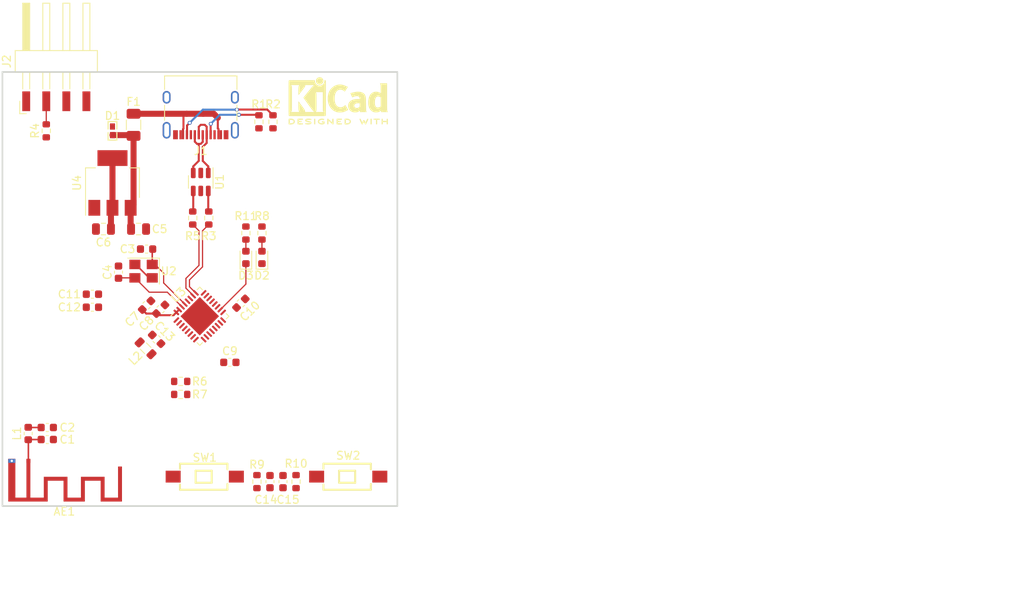
<source format=kicad_pcb>
(kicad_pcb (version 20211014) (generator pcbnew)
  (layers (0 "F.Cu" signal) (31 "B.Cu" signal) (34 "B.Paste" user) (35 "F.Paste" user) (36 "B.SilkS" user "B.Silkscreen") (37 "F.SilkS" user "F.Silkscreen") (38 "B.Mask" user) (39 "F.Mask" user) (44 "Edge.Cuts" user))
  (net 0 "")
  (net 1 "Net-(AE1-Pad1)")
  (net 2 "GND")
  (net 3 "Net-(C2-Pad1)")
  (net 4 "Net-(C3-Pad1)")
  (net 5 "Net-(C4-Pad1)")
  (net 6 "+5V")
  (net 7 "VDD3P3_CPU")
  (net 8 "VDD3P3")
  (net 9 "EN")
  (net 10 "BOOT")
  (net 11 "Net-(D2-Pad2)")
  (net 12 "Net-(F1-Pad1)")
  (net 13 "/U0_TX")
  (net 14 "/U0_RX")
  (net 15 "Net-(J1-PadA5)")
  (net 16 "Net-(J1-PadB5)")
  (net 17 "Net-(R3-Pad1)")
  (net 18 "USB_DN")
  (net 19 "Net-(R4-Pad1)")
  (net 20 "Net-(R5-Pad1)")
  (net 21 "USB_DP")
  (net 22 "/GPIO8")
  (net 23 "/GPIO2")
  (net 24 "Net-(J1-PadA7)")
  (net 25 "Net-(J1-PadA6)")
  (net 26 "/GPIO0")
  (net 27 "/GPIO1")
  (net 28 "/GPIO3")
  (net 29 "/GPIO4")
  (net 30 "/GPIO5")
  (net 31 "/GPIO6")
  (net 32 "/GPIO7")
  (net 33 "/GPIO10")
  (net 34 "/GPIO11")
  (net 43 "Net-(D3-Pad2)")
  (footprint "Capacitor_SMD:C_0603_1608Metric" (layer "F.Cu") (at 77.343 81.915 -90)
    (fp_text reference "C15" (at 2.286 -0.635 180) (layer "F.SilkS"))
    (fp_text value "1u")
    (pad "1" smd roundrect (at -0.775 0 270) (size 0.9 0.95) (layers "F.Cu" "F.Paste" "F.Mask") (net 10 "BOOT"))
    (pad "2" smd roundrect (at 0.775 0 270) (size 0.9 0.95) (layers "F.Cu" "F.Paste" "F.Mask") (net 2 "GND"))
  )
  (footprint "Resistor_SMD:R_0603_1608Metric" (layer "F.Cu") (at 47.371 37.465 90)
    (fp_text reference "R4" (at 0 -1.43 90) (layer "F.SilkS"))
    (fp_text value "499")
    (pad "1" smd roundrect (at -0.825 0 90) (size 0.8 0.95) (layers "F.Cu" "F.Paste" "F.Mask") (net 19 "Net-(R4-Pad1)"))
    (pad "2" smd roundrect (at 0.825 0 90) (size 0.8 0.95) (layers "F.Cu" "F.Paste" "F.Mask") (net 13 "/U0_TX"))
  )
  (footprint "Capacitor_SMD:C_0603_1608Metric" (layer "F.Cu") (at 60.071 52.451 180)
    (fp_text reference "C3" (at 2.413 0) (layer "F.SilkS"))
    (fp_text value "22p")
    (pad "1" smd roundrect (at -0.775 0 180) (size 0.9 0.95) (layers "F.Cu" "F.Paste" "F.Mask") (net 4 "Net-(C3-Pad1)"))
    (pad "2" smd roundrect (at 0.775 0 180) (size 0.9 0.95) (layers "F.Cu" "F.Paste" "F.Mask") (net 2 "GND"))
  )
  (footprint "Resistor_SMD:R_0603_1608Metric" (layer "F.Cu") (at 67.945 48.514 -90)
    (fp_text reference "R3" (at 2.286 0) (layer "F.SilkS"))
    (fp_text value "22R")
    (pad "1" smd roundrect (at -0.825 0 270) (size 0.8 0.95) (layers "F.Cu" "F.Paste" "F.Mask") (net 17 "Net-(R3-Pad1)"))
    (pad "2" smd roundrect (at 0.825 0 270) (size 0.8 0.95) (layers "F.Cu" "F.Paste" "F.Mask") (net 18 "USB_DN"))
  )
  (footprint "Capacitor_SMD:C_0603_1608Metric" (layer "F.Cu") (at 72.009 59.309 45)
    (fp_text reference "C10" (at 0.089803 1.526644 45) (layer "F.SilkS"))
    (fp_text value "0.1u")
    (pad "1" smd roundrect (at -0.775 0 45) (size 0.9 0.95) (layers "F.Cu" "F.Paste" "F.Mask") (net 7 "VDD3P3_CPU"))
    (pad "2" smd roundrect (at 0.775 0 45) (size 0.9 0.95) (layers "F.Cu" "F.Paste" "F.Mask") (net 2 "GND"))
  )
  (footprint "Capacitor_SMD:C_0603_1608Metric" (layer "F.Cu") (at 47.498 75.057)
    (fp_text reference "C2" (at 2.54 0) (layer "F.SilkS"))
    (fp_text value "C_small")
    (pad "1" smd roundrect (at -0.775 0) (size 0.9 0.95) (layers "F.Cu" "F.Paste" "F.Mask") (net 3 "Net-(C2-Pad1)"))
    (pad "2" smd roundrect (at 0.775 0) (size 0.9 0.95) (layers "F.Cu" "F.Paste" "F.Mask") (net 2 "GND"))
  )
  (footprint "Resistor_SMD:R_0603_1608Metric" (layer "F.Cu") (at 64.389 69.215)
    (fp_text reference "R6" (at 2.413 0) (layer "F.SilkS"))
    (fp_text value "10k")
    (pad "1" smd roundrect (at -0.825 0) (size 0.8 0.95) (layers "F.Cu" "F.Paste" "F.Mask") (net 22 "/GPIO8"))
    (pad "2" smd roundrect (at 0.825 0) (size 0.8 0.95) (layers "F.Cu" "F.Paste" "F.Mask") (net 7 "VDD3P3_CPU"))
  )
  (footprint "Library:SW-SMD_L6.0-W3.3-LS8.0" (layer "F.Cu") (at 85.598 81.28)
    (fp_text reference "SW2" (at 0 -2.667) (layer "F.SilkS"))
    (fp_text value "BOOT")
    (pad "1" smd rect locked (at -4 0) (size 1.9 1.5) (layers "F.Cu" "F.Paste" "F.Mask") (net 2 "GND"))
    (pad "2" smd rect locked (at 4 0) (size 1.9 1.5) (layers "F.Cu" "F.Paste" "F.Mask") (net 10 "BOOT"))
  )
  (footprint "Resistor_SMD:R_0603_1608Metric" (layer "F.Cu") (at 74.295 36.322 -90)
    (fp_text reference "R1" (at -2.223 0 180) (layer "F.SilkS"))
    (fp_text value "5.1k")
    (pad "1" smd roundrect (at -0.825 0 270) (size 0.8 0.95) (layers "F.Cu" "F.Paste" "F.Mask") (net 15 "Net-(J1-PadA5)"))
    (pad "2" smd roundrect (at 0.825 0 270) (size 0.8 0.95) (layers "F.Cu" "F.Paste" "F.Mask") (net 2 "GND"))
  )
  (footprint "Resistor_SMD:R_0603_1608Metric" (layer "F.Cu") (at 78.994 81.915 90)
    (fp_text reference "R10" (at 2.286 0 180) (layer "F.SilkS"))
    (fp_text value "10k")
    (pad "1" smd roundrect (at -0.825 0 90) (size 0.8 0.95) (layers "F.Cu" "F.Paste" "F.Mask") (net 7 "VDD3P3_CPU"))
    (pad "2" smd roundrect (at 0.825 0 90) (size 0.8 0.95) (layers "F.Cu" "F.Paste" "F.Mask") (net 10 "BOOT"))
  )
  (footprint "Package_TO_SOT_SMD:SOT-23-6" (layer "F.Cu") (at 66.929 43.942 -90)
    (fp_text reference "U1" (at 0 -2.4 90) (layer "F.SilkS"))
    (fp_text value "USBLC6-2SC6-SOT236")
    (pad "1" smd roundrect (at -1.1375 -0.95 270) (size 1.325 0.6) (layers "F.Cu" "F.Paste" "F.Mask") (net 24 "Net-(J1-PadA7)"))
    (pad "2" smd roundrect (at -1.1375 0 270) (size 1.325 0.6) (layers "F.Cu" "F.Paste" "F.Mask") (net 2 "GND"))
    (pad "3" smd roundrect (at -1.1375 0.95 270) (size 1.325 0.6) (layers "F.Cu" "F.Paste" "F.Mask") (net 25 "Net-(J1-PadA6)"))
    (pad "4" smd roundrect (at 1.1375 0.95 270) (size 1.325 0.6) (layers "F.Cu" "F.Paste" "F.Mask") (net 20 "Net-(R5-Pad1)"))
    (pad "5" smd roundrect (at 1.1375 0 270) (size 1.325 0.6) (layers "F.Cu" "F.Paste" "F.Mask") (net 6 "+5V"))
    (pad "6" smd roundrect (at 1.1375 -0.95 270) (size 1.325 0.6) (layers "F.Cu" "F.Paste" "F.Mask") (net 17 "Net-(R3-Pad1)"))
  )
  (footprint "Capacitor_SMD:C_0603_1608Metric" (layer "F.Cu") (at 70.612 66.802)
    (fp_text reference "C9" (at 0 -1.43) (layer "F.SilkS"))
    (fp_text value "0.1u")
    (pad "1" smd roundrect (at -0.775 0) (size 0.9 0.95) (layers "F.Cu" "F.Paste" "F.Mask") (net 7 "VDD3P3_CPU"))
    (pad "2" smd roundrect (at 0.775 0) (size 0.9 0.95) (layers "F.Cu" "F.Paste" "F.Mask") (net 2 "GND"))
  )
  (footprint "Capacitor_SMD:C_0603_1608Metric" (layer "F.Cu") (at 61.849 60.071 45)
    (fp_text reference "C8" (at -2.54 0 45) (layer "F.SilkS"))
    (fp_text value "10n")
    (pad "1" smd roundrect (at -0.775 0 45) (size 0.9 0.95) (layers "F.Cu" "F.Paste" "F.Mask") (net 7 "VDD3P3_CPU"))
    (pad "2" smd roundrect (at 0.775 0 45) (size 0.9 0.95) (layers "F.Cu" "F.Paste" "F.Mask") (net 2 "GND"))
  )
  (footprint "Connector_USB:USB_C_Receptacle_XKB_U262-16XN-4BVC11" (layer "F.Cu") (at 66.929 34.29 180)
    (fp_text reference "J1" (at 0 -5.715) (layer "F.SilkS"))
    (fp_text value "USB_C_Receptacle_USB2.0")
    (pad "" np_thru_hole circle (at -2.89 -2.605 180) (size 0.65 0.65) (drill 0.65) (layers *.Cu *.Mask))
    (pad "" np_thru_hole circle (at 2.89 -2.605 180) (size 0.65 0.65) (drill 0.65) (layers *.Cu *.Mask))
    (pad "A1" smd rect (at -3.35 -3.67 180) (size 0.3 1.15) (layers "F.Cu" "F.Paste" "F.Mask") (net 2 "GND"))
    (pad "A4" smd rect (at -2.55 -3.67 180) (size 0.3 1.15) (layers "F.Cu" "F.Paste" "F.Mask") (net 12 "Net-(F1-Pad1)"))
    (pad "A5" smd rect (at -1.25 -3.67 180) (size 0.3 1.15) (layers "F.Cu" "F.Paste" "F.Mask") (net 15 "Net-(J1-PadA5)"))
    (pad "A6" smd rect (at -0.25 -3.67 180) (size 0.3 1.15) (layers "F.Cu" "F.Paste" "F.Mask") (net 25 "Net-(J1-PadA6)"))
    (pad "A7" smd rect (at 0.25 -3.67 180) (size 0.3 1.15) (layers "F.Cu" "F.Paste" "F.Mask") (net 24 "Net-(J1-PadA7)"))
    (pad "A8" smd rect (at 1.25 -3.67 180) (size 0.3 1.15) (layers "F.Cu" "F.Paste" "F.Mask"))
    (pad "A9" smd rect (at 2.55 -3.67 180) (size 0.3 1.15) (layers "F.Cu" "F.Paste" "F.Mask") (net 12 "Net-(F1-Pad1)"))
    (pad "A12" smd rect (at 3.35 -3.67 180) (size 0.3 1.15) (layers "F.Cu" "F.Paste" "F.Mask") (net 2 "GND"))
    (pad "B1" smd rect (at 3.05 -3.67 180) (size 0.3 1.15) (layers "F.Cu" "F.Paste" "F.Mask") (net 2 "GND"))
    (pad "B4" smd rect (at 2.25 -3.67 180) (size 0.3 1.15) (layers "F.Cu" "F.Paste" "F.Mask") (net 12 "Net-(F1-Pad1)"))
    (pad "B5" smd rect (at 1.75 -3.67 180) (size 0.3 1.15) (layers "F.Cu" "F.Paste" "F.Mask") (net 16 "Net-(J1-PadB5)"))
    (pad "B6" smd rect (at 0.75 -3.67 180) (size 0.3 1.15) (layers "F.Cu" "F.Paste" "F.Mask") (net 25 "Net-(J1-PadA6)"))
    (pad "B7" smd rect (at -0.75 -3.67 180) (size 0.3 1.15) (layers "F.Cu" "F.Paste" "F.Mask") (net 24 "Net-(J1-PadA7)"))
    (pad "B8" smd rect (at -1.75 -3.67 180) (size 0.3 1.15) (layers "F.Cu" "F.Paste" "F.Mask"))
    (pad "B9" smd rect (at -2.25 -3.67 180) (size 0.3 1.15) (layers "F.Cu" "F.Paste" "F.Mask") (net 12 "Net-(F1-Pad1)"))
    (pad "B12" smd rect (at -3.05 -3.67 180) (size 0.3 1.15) (layers "F.Cu" "F.Paste" "F.Mask") (net 2 "GND"))
    (pad "S1" thru_hole oval (at 4.32 1.075 180) (size 1 1.6) (drill oval 0.6 1.2) (layers *.Cu *.Mask) (net 2 "GND"))
    (pad "S1" thru_hole oval (at 4.32 -3.105 180) (size 1 2.1) (drill oval 0.6 1.7) (layers *.Cu *.Mask) (net 2 "GND"))
    (pad "S1" thru_hole oval (at -4.32 -3.105 180) (size 1 2.1) (drill oval 0.6 1.7) (layers *.Cu *.Mask) (net 2 "GND"))
    (pad "S1" thru_hole oval (at -4.32 1.075 180) (size 1 1.6) (drill oval 0.6 1.2) (layers *.Cu *.Mask) (net 2 "GND"))
  )
  (footprint "Capacitor_SMD:C_0603_1608Metric" (layer "F.Cu") (at 53.213 59.817 180)
    (fp_text reference "C12" (at 2.921 0) (layer "F.SilkS"))
    (fp_text value "0.1u")
    (pad "1" smd roundrect (at -0.775 0 180) (size 0.9 0.95) (layers "F.Cu" "F.Paste" "F.Mask") (net 7 "VDD3P3_CPU"))
    (pad "2" smd roundrect (at 0.775 0 180) (size 0.9 0.95) (layers "F.Cu" "F.Paste" "F.Mask") (net 2 "GND"))
  )
  (footprint "Capacitor_SMD:C_0603_1608Metric" (layer "F.Cu") (at 53.213 58.166 180)
    (fp_text reference "C11" (at 2.921 0) (layer "F.SilkS"))
    (fp_text value "10u")
    (pad "1" smd roundrect (at -0.775 0 180) (size 0.9 0.95) (layers "F.Cu" "F.Paste" "F.Mask") (net 7 "VDD3P3_CPU"))
    (pad "2" smd roundrect (at 0.775 0 180) (size 0.9 0.95) (layers "F.Cu" "F.Paste" "F.Mask") (net 2 "GND"))
  )
  (footprint "Crystal:Crystal_SMD_3225-4Pin_3.2x2.5mm" (layer "F.Cu") (at 59.69 55.245 180)
    (fp_text reference "U2" (at -3.175 0 180) (layer "F.SilkS"))
    (fp_text value "Crystal4")
    (pad "1" smd rect (at -1.1 0.85 180) (size 1.4 1.2) (layers "F.Cu" "F.Paste" "F.Mask") (net 4 "Net-(C3-Pad1)"))
    (pad "2" smd rect (at 1.1 0.85 180) (size 1.4 1.2) (layers "F.Cu" "F.Paste" "F.Mask") (net 2 "GND"))
    (pad "3" smd rect (at 1.1 -0.85 180) (size 1.4 1.2) (layers "F.Cu" "F.Paste" "F.Mask") (net 5 "Net-(C4-Pad1)"))
    (pad "4" smd rect (at -1.1 -0.85 180) (size 1.4 1.2) (layers "F.Cu" "F.Paste" "F.Mask") (net 2 "GND"))
  )
  (footprint "Resistor_SMD:R_0603_1608Metric" (layer "F.Cu") (at 76.073 36.322 -90)
    (fp_text reference "R2" (at -2.223 0 180) (layer "F.SilkS"))
    (fp_text value "5.1k")
    (pad "1" smd roundrect (at -0.825 0 270) (size 0.8 0.95) (layers "F.Cu" "F.Paste" "F.Mask") (net 16 "Net-(J1-PadB5)"))
    (pad "2" smd roundrect (at 0.825 0 270) (size 0.8 0.95) (layers "F.Cu" "F.Paste" "F.Mask") (net 2 "GND"))
  )
  (footprint "Library:X1-DFN1006-2_L1.0-W0.6-BI" (layer "F.Cu") (at 55.753 37.465 -90)
    (fp_text reference "D1" (at -1.905 0 180) (layer "F.SilkS"))
    (fp_text value "D_TVS_Filled")
    (pad "1" smd rect locked (at -0.545 0 270) (size 0.79 0.648) (layers "F.Cu" "F.Paste" "F.Mask") (net 2 "GND"))
    (pad "2" smd rect locked (at 0.545 0 270) (size 0.79 0.648) (layers "F.Cu" "F.Paste" "F.Mask") (net 6 "+5V"))
  )
  (footprint "LED_SMD:LED_0603_1608Metric" (layer "F.Cu") (at 74.676 53.506 90)
    (fp_text reference "D2" (at -2.286 0) (layer "F.SilkS"))
    (fp_text value "LED")
    (pad "1" smd roundrect (at -0.7875 0 90) (size 0.875 0.95) (layers "F.Cu" "F.Paste" "F.Mask") (net 2 "GND"))
    (pad "2" smd roundrect (at 0.7875 0 90) (size 0.875 0.95) (layers "F.Cu" "F.Paste" "F.Mask") (net 11 "Net-(D2-Pad2)"))
  )
  (footprint "Package_DFN_QFN:QFN-32-1EP_5x5mm_P0.5mm_EP3.45x3.45mm" (layer "F.Cu") (at 66.802 60.96 45)
    (fp_text reference "U3" (at 0 -3.82 45) (layer "F.SilkS"))
    (fp_text value "ESP32-C3")
    (pad "1" smd roundrect (at -2.4375 -1.75 45) (size 0.875 0.25) (layers "F.Cu" "F.Paste" "F.Mask") (net 3 "Net-(C2-Pad1)"))
    (pad "2" smd roundrect (at -2.4375 -1.25 45) (size 0.875 0.25) (layers "F.Cu" "F.Paste" "F.Mask") (net 8 "VDD3P3"))
    (pad "3" smd roundrect (at -2.4375 -0.75 45) (size 0.875 0.25) (layers "F.Cu" "F.Paste" "F.Mask") (net 8 "VDD3P3"))
    (pad "4" smd roundrect (at -2.4375 -0.25 45) (size 0.875 0.25) (layers "F.Cu" "F.Paste" "F.Mask") (net 26 "/GPIO0"))
    (pad "5" smd roundrect (at -2.4375 0.25 45) (size 0.875 0.25) (layers "F.Cu" "F.Paste" "F.Mask") (net 27 "/GPIO1"))
    (pad "6" smd roundrect (at -2.4375 0.75 45) (size 0.875 0.25) (layers "F.Cu" "F.Paste" "F.Mask") (net 23 "/GPIO2"))
    (pad "7" smd roundrect (at -2.4375 1.25 45) (size 0.875 0.25) (layers "F.Cu" "F.Paste" "F.Mask") (net 9 "EN"))
    (pad "8" smd roundrect (at -2.4375 1.75 45) (size 0.875 0.25) (layers "F.Cu" "F.Paste" "F.Mask") (net 28 "/GPIO3"))
    (pad "9" smd roundrect (at -1.75 2.4375 45) (size 0.25 0.875) (layers "F.Cu" "F.Paste" "F.Mask") (net 29 "/GPIO4"))
    (pad "10" smd roundrect (at -1.25 2.4375 45) (size 0.25 0.875) (layers "F.Cu" "F.Paste" "F.Mask") (net 30 "/GPIO5"))
    (pad "11" smd roundrect (at -0.75 2.4375 45) (size 0.25 0.875) (layers "F.Cu" "F.Paste" "F.Mask") (net 7 "VDD3P3_CPU"))
    (pad "12" smd roundrect (at -0.25 2.4375 45) (size 0.25 0.875) (layers "F.Cu" "F.Paste" "F.Mask") (net 31 "/GPIO6"))
    (pad "13" smd roundrect (at 0.25 2.4375 45) (size 0.25 0.875) (layers "F.Cu" "F.Paste" "F.Mask") (net 32 "/GPIO7"))
    (pad "14" smd roundrect (at 0.75 2.4375 45) (size 0.25 0.875) (layers "F.Cu" "F.Paste" "F.Mask") (net 22 "/GPIO8"))
    (pad "15" smd roundrect (at 1.25 2.4375 45) (size 0.25 0.875) (layers "F.Cu" "F.Paste" "F.Mask") (net 10 "BOOT"))
    (pad "16" smd roundrect (at 1.75 2.4375 45) (size 0.25 0.875) (layers "F.Cu" "F.Paste" "F.Mask") (net 33 "/GPIO10"))
    (pad "17" smd roundrect (at 2.4375 1.75 45) (size 0.875 0.25) (layers "F.Cu" "F.Paste" "F.Mask") (net 7 "VDD3P3_CPU"))
    (pad "18" smd roundrect (at 2.4375 1.25 45) (size 0.875 0.25) (layers "F.Cu" "F.Paste" "F.Mask") (net 34 "/GPIO11"))
    (pad "19" smd roundrect (at 2.4375 0.75 45) (size 0.875 0.25) (layers "F.Cu" "F.Paste" "F.Mask"))
    (pad "20" smd roundrect (at 2.4375 0.25 45) (size 0.875 0.25) (layers "F.Cu" "F.Paste" "F.Mask"))
    (pad "21" smd roundrect (at 2.4375 -0.25 45) (size 0.875 0.25) (layers "F.Cu" "F.Paste" "F.Mask"))
    (pad "22" smd roundrect (at 2.4375 -0.75 45) (size 0.875 0.25) (layers "F.Cu" "F.Paste" "F.Mask"))
    (pad "23" smd roundrect (at 2.4375 -1.25 45) (size 0.875 0.25) (layers "F.Cu" "F.Paste" "F.Mask"))
    (pad "24" smd roundrect (at 2.4375 -1.75 45) (size 0.875 0.25) (layers "F.Cu" "F.Paste" "F.Mask"))
    (pad "25" smd roundrect (at 1.75 -2.4375 45) (size 0.25 0.875) (layers "F.Cu" "F.Paste" "F.Mask") (net 18 "USB_DN"))
    (pad "26" smd roundrect (at 1.25 -2.4375 45) (size 0.25 0.875) (layers "F.Cu" "F.Paste" "F.Mask") (net 21 "USB_DP"))
    (pad "27" smd roundrect (at 0.75 -2.4375 45) (size 0.25 0.875) (layers "F.Cu" "F.Paste" "F.Mask") (net 14 "/U0_RX"))
    (pad "28" smd roundrect (at 0.25 -2.4375 45) (size 0.25 0.875) (layers "F.Cu" "F.Paste" "F.Mask") (net 19 "Net-(R4-Pad1)"))
    (pad "29" smd roundrect (at -0.25 -2.4375 45) (size 0.25 0.875) (layers "F.Cu" "F.Paste" "F.Mask") (net 4 "Net-(C3-Pad1)"))
    (pad "30" smd roundrect (at -0.75 -2.4375 45) (size 0.25 0.875) (layers "F.Cu" "F.Paste" "F.Mask") (net 5 "Net-(C4-Pad1)"))
    (pad "31" smd roundrect (at -1.25 -2.4375 45) (size 0.25 0.875) (layers "F.Cu" "F.Paste" "F.Mask") (net 7 "VDD3P3_CPU"))
    (pad "32" smd roundrect (at -1.75 -2.4375 45) (size 0.25 0.875) (layers "F.Cu" "F.Paste" "F.Mask") (net 7 "VDD3P3_CPU"))
    (pad "33" smd rect (at 0 0 45) (size 3.45 3.45) (layers "F.Cu" "F.Mask") (net 2 "GND"))
  )
  (footprint "Capacitor_SMD:C_0805_2012Metric" (layer "F.Cu") (at 54.61 49.911 180)
    (fp_text reference "C6" (at 0 -1.68) (layer "F.SilkS"))
    (fp_text value "10u")
    (pad "1" smd roundrect (at -0.95 0 180) (size 1 1.45) (layers "F.Cu" "F.Paste" "F.Mask") (net 7 "VDD3P3_CPU"))
    (pad "2" smd roundrect (at 0.95 0 180) (size 1 1.45) (layers "F.Cu" "F.Paste" "F.Mask") (net 2 "GND"))
  )
  (footprint "Package_TO_SOT_SMD:SOT-223-3_TabPin2" (layer "F.Cu") (at 55.753 44.069 90)
    (fp_text reference "U4" (at 0 -4.5 90) (layer "F.SilkS"))
    (fp_text value "TLV1117-33")
    (pad "1" smd rect (at -3.15 -2.3 90) (size 2 1.5) (layers "F.Cu" "F.Paste" "F.Mask") (net 2 "GND"))
    (pad "2" smd rect (at 3.15 0 90) (size 2 3.8) (layers "F.Cu" "F.Paste" "F.Mask") (net 7 "VDD3P3_CPU"))
    (pad "2" smd rect (at -3.15 0 90) (size 2 1.5) (layers "F.Cu" "F.Paste" "F.Mask") (net 7 "VDD3P3_CPU"))
    (pad "3" smd rect (at -3.15 2.3 90) (size 2 1.5) (layers "F.Cu" "F.Paste" "F.Mask") (net 6 "+5V"))
  )
  (footprint "Resistor_SMD:R_0603_1608Metric" (layer "F.Cu") (at 74.676 50.419 -90)
    (fp_text reference "R8" (at -2.159 0) (layer "F.SilkS"))
    (fp_text value "470")
    (pad "1" smd roundrect (at -0.825 0 270) (size 0.8 0.95) (layers "F.Cu" "F.Paste" "F.Mask") (net 7 "VDD3P3_CPU"))
    (pad "2" smd roundrect (at 0.825 0 270) (size 0.8 0.95) (layers "F.Cu" "F.Paste" "F.Mask") (net 11 "Net-(D2-Pad2)"))
  )
  (footprint "Resistor_SMD:R_0603_1608Metric" (layer "F.Cu") (at 64.389 70.866)
    (fp_text reference "R7" (at 2.413 0) (layer "F.SilkS"))
    (fp_text value "10k")
    (pad "1" smd roundrect (at -0.825 0) (size 0.8 0.95) (layers "F.Cu" "F.Paste" "F.Mask") (net 23 "/GPIO2"))
    (pad "2" smd roundrect (at 0.825 0) (size 0.8 0.95) (layers "F.Cu" "F.Paste" "F.Mask") (net 7 "VDD3P3_CPU"))
  )
  (footprint "Inductor_SMD:L_0805_2012Metric" (layer "F.Cu") (at 59.944 65.024 -45)
    (fp_text reference "L2" (at -0.009026 1.787026 45) (layer "F.SilkS"))
    (fp_text value "2n")
    (pad "1" smd roundrect (at -1.0625 0 315) (size 0.875 1.2) (layers "F.Cu" "F.Paste" "F.Mask") (net 7 "VDD3P3_CPU"))
    (pad "2" smd roundrect (at 1.0625 0 315) (size 0.875 1.2) (layers "F.Cu" "F.Paste" "F.Mask") (net 8 "VDD3P3"))
  )
  (footprint "Symbol:KiCad-Logo2_5mm_SilkScreen" (layer "F.Cu") (at 84.328 33.655)
    (fp_text reference "REF**" hide)
    (fp_text value "KiCad-Logo2_5mm_SilkScreen" hide)
  )
  (footprint "Capacitor_SMD:C_0603_1608Metric" (layer "F.Cu") (at 56.515 55.372 90)
    (fp_text reference "C4" (at 0 -1.397 90) (layer "F.SilkS"))
    (fp_text value "22p")
    (pad "1" smd roundrect (at -0.775 0 90) (size 0.9 0.95) (layers "F.Cu" "F.Paste" "F.Mask") (net 5 "Net-(C4-Pad1)"))
    (pad "2" smd roundrect (at 0.775 0 90) (size 0.9 0.95) (layers "F.Cu" "F.Paste" "F.Mask") (net 2 "GND"))
  )
  (footprint "Connector_Harwin:Harwin_M20-89004xx_1x04_P2.54mm_Horizontal" (layer "F.Cu") (at 48.641 28.194 90)
    (fp_text reference "J2" (at -0.48 -6.28 90) (layer "F.SilkS"))
    (fp_text value "Conn_01x04")
    (pad "" smd rect (at 3.895 -3.81 90) (size 6 0.76) (layers "F.SilkS"))
    (pad "1" smd rect (at -5.525 -3.81 90) (size 2.5 1) (layers "F.Cu" "F.Paste" "F.Mask") (net 7 "VDD3P3_CPU"))
    (pad "2" smd rect (at -5.525 -1.27 90) (size 2.5 1) (layers "F.Cu" "F.Paste" "F.Mask") (net 13 "/U0_TX"))
    (pad "3" smd rect (at -5.525 1.27 90) (size 2.5 1) (layers "F.Cu" "F.Paste" "F.Mask") (net 14 "/U0_RX"))
    (pad "4" smd rect (at -5.525 3.81 90) (size 2.5 1) (layers "F.Cu" "F.Paste" "F.Mask") (net 2 "GND"))
  )
  (footprint "Capacitor_SMD:C_0603_1608Metric" (layer "F.Cu") (at 75.692 81.915 -90)
    (fp_text reference "C14" (at 2.286 0.508 180) (layer "F.SilkS"))
    (fp_text value "1u")
    (pad "1" smd roundrect (at -0.775 0 270) (size 0.9 0.95) (layers "F.Cu" "F.Paste" "F.Mask") (net 9 "EN"))
    (pad "2" smd roundrect (at 0.775 0 270) (size 0.9 0.95) (layers "F.Cu" "F.Paste" "F.Mask") (net 2 "GND"))
  )
  (footprint "Capacitor_SMD:C_0603_1608Metric" (layer "F.Cu") (at 60.071 59.563 45)
    (fp_text reference "C7" (at -2.54 0 45) (layer "F.SilkS"))
    (fp_text value "1u")
    (pad "1" smd roundrect (at -0.775 0 45) (size 0.9 0.95) (layers "F.Cu" "F.Paste" "F.Mask") (net 7 "VDD3P3_CPU"))
    (pad "2" smd roundrect (at 0.775 0 45) (size 0.9 0.95) (layers "F.Cu" "F.Paste" "F.Mask") (net 2 "GND"))
  )
  (footprint "Capacitor_SMD:C_0603_1608Metric" (layer "F.Cu") (at 61.341 63.881 135)
    (fp_text reference "C13" (at 0 1.436841 -45) (layer "F.SilkS"))
    (fp_text value "0.1u")
    (pad "1" smd roundrect (at -0.775 0 135) (size 0.9 0.95) (layers "F.Cu" "F.Paste" "F.Mask") (net 8 "VDD3P3"))
    (pad "2" smd roundrect (at 0.775 0 135) (size 0.9 0.95) (layers "F.Cu" "F.Paste" "F.Mask") (net 2 "GND"))
  )
  (footprint "Capacitor_SMD:C_0603_1608Metric" (layer "F.Cu") (at 47.498 76.581)
    (fp_text reference "C1" (at 2.54 0) (layer "F.SilkS"))
    (fp_text value "C_small")
    (pad "1" smd roundrect (at -0.775 0) (size 0.9 0.95) (layers "F.Cu" "F.Paste" "F.Mask") (net 1 "Net-(AE1-Pad1)"))
    (pad "2" smd roundrect (at 0.775 0) (size 0.9 0.95) (layers "F.Cu" "F.Paste" "F.Mask") (net 2 "GND"))
  )
  (footprint "Fuse:Fuse_1206_3216Metric" (layer "F.Cu") (at 58.42 36.703 -90)
    (fp_text reference "F1" (at -2.921 0) (layer "F.SilkS"))
    (fp_text value "Fuse_Small")
    (pad "1" smd roundrect (at -1.4 0 270) (size 1.25 1.75) (layers "F.Cu" "F.Paste" "F.Mask") (roundrect_rratio 0.2) (net 12 "Net-(F1-Pad1)"))
    (pad "2" smd roundrect (at 1.4 0 270) (size 1.25 1.75) (layers "F.Cu" "F.Paste" "F.Mask") (roundrect_rratio 0.2) (net 6 "+5V"))
  )
  (footprint "Capacitor_SMD:C_0805_2012Metric" (layer "F.Cu") (at 59.055 49.911)
    (fp_text reference "C5" (at 2.667 0) (layer "F.SilkS"))
    (fp_text value "10u")
    (pad "1" smd roundrect (at -0.95 0) (size 1 1.45) (layers "F.Cu" "F.Paste" "F.Mask") (net 6 "+5V"))
    (pad "2" smd roundrect (at 0.95 0) (size 1 1.45) (layers "F.Cu" "F.Paste" "F.Mask") (net 2 "GND"))
  )
  (footprint "RF_Antenna:Texas_SWRA117D_2.4GHz_Left" (layer "F.Cu") (at 45.107 79.29 180)
    (fp_text reference "AE1" (at -4.55 -6.41) (layer "F.SilkS"))
    (fp_text value "Antenna_Chip")
    (fp_poly (pts (xy -2.45 -2.51) (xy -4.45 -2.51) (xy -4.45 -5.15) (xy -7.15 -5.15) (xy -7.15 -2.51) (xy -9.15 -2.51) (xy -9.15 -5.15) (xy -11.85 -5.15) (xy -11.85 -0.71) (xy -11.35 -0.71) (xy -11.35 -4.65) (xy -9.65 -4.65) (xy -9.65 -2.01) (xy -6.65 -2.01) (xy -6.65 -4.65) (xy -4.95 -4.65) (xy -4.95 -2.01) (xy -1.95 -2.01) (xy -1.95 -4.65) (xy -0.25 -4.65) (xy -0.25 0.25) (xy 0.25 0.25) (xy 0.25 -4.65) (xy 1.65 -4.65) (xy 1.65 0.25) (xy 2.55 0.25) (xy 2.55 0.006785) (xy 2.247583 0.006785) (xy 2.237742 0.054395) (xy 2.213674 0.096797) (xy 2.175731 0.129581) (xy 2.167819 0.133935) (xy 2.125156 0.146043) (xy 2.076637 0.1453) (xy 2.031122 0.1324) (xy 2.012511 0.121787) (xy 1.978868 0.086553) (xy 1.958309 0.041368) (xy 1.951778 -0.008158) (xy 1.960218 -0.056417) (xy 1.977112 -0.088643) (xy 2.012372 -0.121313) (xy 2.057682 -0.141408) (xy 2.107267 -0.147982) (xy 2.155353 -0.140092) (xy 2.188245 -0.123186) (xy 2.223185 -0.086416) (xy 2.242847 -0.041622) (xy 2.247583 0.006785) (xy 2.55 0.006785) (xy 2.55 -5.15) (xy -2.45 -5.15) (xy -2.45 -2.51)) (layer "F.Cu") (width 0) (fill solid))
    (pad "1" connect rect (at 0 0 180) (size 0.5 0.5) (layers "F.Cu") (net 1 "Net-(AE1-Pad1)"))
    (pad "2" thru_hole rect (at 2.1 0 180) (size 0.9 0.5) (drill 0.3) (layers *.Cu) (net 2 "GND"))
  )
  (footprint "Inductor_SMD:L_0603_1608Metric" (layer "F.Cu") (at 45.085 75.819 90)
    (fp_text reference "L1" (at 0 -1.43 90) (layer "F.SilkS"))
    (fp_text value "L_small")
    (pad "1" smd roundrect (at -0.7875 0 90) (size 0.875 0.95) (layers "F.Cu" "F.Paste" "F.Mask") (net 1 "Net-(AE1-Pad1)"))
    (pad "2" smd roundrect (at 0.7875 0 90) (size 0.875 0.95) (layers "F.Cu" "F.Paste" "F.Mask") (net 3 "Net-(C2-Pad1)"))
  )
  (footprint "Library:SW-SMD_L6.0-W3.3-LS8.0" (layer "F.Cu") (at 67.437 81.28)
    (fp_text reference "SW1" (at 0 -2.413) (layer "F.SilkS"))
    (fp_text value "NST")
    (pad "1" smd rect locked (at -4 0) (size 1.9 1.5) (layers "F.Cu" "F.Paste" "F.Mask") (net 2 "GND"))
    (pad "2" smd rect locked (at 4 0) (size 1.9 1.5) (layers "F.Cu" "F.Paste" "F.Mask") (net 9 "EN"))
  )
  (footprint "Resistor_SMD:R_0603_1608Metric" (layer "F.Cu") (at 74.041 81.915 90)
    (fp_text reference "R9" (at 2.159 0 180) (layer "F.SilkS"))
    (fp_text value "10k")
    (pad "1" smd roundrect (at -0.825 0 90) (size 0.8 0.95) (layers "F.Cu" "F.Paste" "F.Mask") (net 7 "VDD3P3_CPU"))
    (pad "2" smd roundrect (at 0.825 0 90) (size 0.8 0.95) (layers "F.Cu" "F.Paste" "F.Mask") (net 9 "EN"))
  )
  (footprint "Resistor_SMD:R_0603_1608Metric" (layer "F.Cu") (at 65.913 48.514 -90)
    (fp_text reference "R5" (at 2.286 0 180) (layer "F.SilkS"))
    (fp_text value "22R")
    (pad "1" smd roundrect (at -0.825 0 270) (size 0.8 0.95) (layers "F.Cu" "F.Paste" "F.Mask") (net 20 "Net-(R5-Pad1)"))
    (pad "2" smd roundrect (at 0.825 0 270) (size 0.8 0.95) (layers "F.Cu" "F.Paste" "F.Mask") (net 21 "USB_DP"))
  )
  (footprint "LED_SMD:LED_0603_1608Metric" (layer "F.Cu") (at 72.644 53.506 90)
    (fp_text reference "D3" (at -2.286 0 180) (layer "F.SilkS"))
    (fp_text value "LED")
    (pad "1" smd roundrect (at -0.7875 0 90) (size 0.875 0.95) (layers "F.Cu" "F.Paste" "F.Mask") (net 34 "/GPIO11"))
    (pad "2" smd roundrect (at 0.7875 0 90) (size 0.875 0.95) (layers "F.Cu" "F.Paste" "F.Mask") (net 43 "Net-(D3-Pad2)"))
  )
  (footprint "Resistor_SMD:R_0603_1608Metric" (layer "F.Cu") (at 72.644 50.419 -90)
    (fp_text reference "R11" (at -2.159 0 180) (layer "F.SilkS"))
    (fp_text value "470")
    (pad "1" smd roundrect (at -0.825 0 270) (size 0.8 0.95) (layers "F.Cu" "F.Paste" "F.Mask") (net 7 "VDD3P3_CPU"))
    (pad "2" smd roundrect (at 0.825 0 270) (size 0.8 0.95) (layers "F.Cu" "F.Paste" "F.Mask") (net 43 "Net-(D3-Pad2)"))
  )
  (gr_rect (start 41.821 30.01) (end 91.821 85.01) (layer "Edge.Cuts") (width 0.2) (fill none))
  (segment (start 45.107 76.6285) (end 45.085 76.6065) (width 0.2) (layer "F.Cu") (net 1))
  (segment (start 45.1105 76.581) (end 45.085 76.6065) (width 0.2) (layer "F.Cu") (net 1))
  (segment (start 46.723 76.581) (end 45.1105 76.581) (width 0.2) (layer "F.Cu") (net 1))
  (segment (start 45.107 79.29) (end 45.107 76.6285) (width 0.2) (layer "F.Cu") (net 1))
  (segment (start 60.39 56.095) (end 60.79 56.095) (width 0.2) (layer "F.Cu") (net 2))
  (segment (start 58.59 54.395) (end 58.69 54.395) (width 0.2) (layer "F.Cu") (net 2))
  (segment (start 58.69 54.395) (end 60.39 56.095) (width 0.2) (layer "F.Cu") (net 2))
  (segment (start 45.1105 75.057) (end 45.085 75.0315) (width 0.2) (layer "F.Cu") (net 3))
  (segment (start 46.723 75.057) (end 45.1105 75.057) (width 0.2) (layer "F.Cu") (net 3))
  (segment (start 64.901651 59.413204) (end 62.23 56.741553) (width 0.1524) (layer "F.Cu") (net 4))
  (segment (start 60.79 52.507) (end 60.846 52.451) (width 0.2) (layer "F.Cu") (net 4))
  (segment (start 60.79 54.395) (end 60.79 52.507) (width 0.2) (layer "F.Cu") (net 4))
  (segment (start 62.23 55.499) (end 61.126 54.395) (width 0.1524) (layer "F.Cu") (net 4))
  (segment (start 61.126 54.395) (end 60.79 54.395) (width 0.1524) (layer "F.Cu") (net 4))
  (segment (start 62.23 56.741553) (end 62.23 55.499) (width 0.1524) (layer "F.Cu") (net 4))
  (segment (start 56.567 56.095) (end 56.515 56.147) (width 0.1524) (layer "F.Cu") (net 5))
  (segment (start 58.59 56.095) (end 56.567 56.095) (width 0.1524) (layer "F.Cu") (net 5))
  (segment (start 62.69334 57.912) (end 60.407 57.912) (width 0.1524) (layer "F.Cu") (net 5))
  (segment (start 64.548097 59.766757) (end 62.69334 57.912) (width 0.1524) (layer "F.Cu") (net 5))
  (segment (start 60.407 57.912) (end 58.59 56.095) (width 0.1524) (layer "F.Cu") (net 5))
  (segment (start 58.053 47.219) (end 58.053 49.859) (width 0.762) (layer "F.Cu") (net 6))
  (segment (start 58.42 38.103) (end 58.42 46.852) (width 0.762) (layer "F.Cu") (net 6))
  (segment (start 58.053 49.859) (end 58.105 49.911) (width 0.762) (layer "F.Cu") (net 6))
  (segment (start 58.327 38.01) (end 58.42 38.103) (width 0.762) (layer "F.Cu") (net 6))
  (segment (start 58.42 46.852) (end 58.053 47.219) (width 0.762) (layer "F.Cu") (net 6))
  (segment (start 55.753 38.01) (end 58.327 38.01) (width 0.762) (layer "F.Cu") (net 6))
  (segment (start 64.194544 60.120311) (end 64.194543 60.120311) (width 0.254) (layer "F.Cu") (net 7))
  (segment (start 64.194543 60.120311) (end 63.84099 60.473864) (width 0.254) (layer "F.Cu") (net 7))
  (segment (start 61.300992 60.619008) (end 61.514984 60.833) (width 0.254) (layer "F.Cu") (net 7))
  (segment (start 63.481854 60.833) (end 63.84099 60.473864) (width 0.254) (layer "F.Cu") (net 7))
  (segment (start 55.56 49.911) (end 55.56 47.412) (width 0.762) (layer "F.Cu") (net 7))
  (segment (start 55.56 47.412) (end 55.753 47.219) (width 0.762) (layer "F.Cu") (net 7))
  (segment (start 55.753 40.919) (end 55.753 47.219) (width 0.762) (layer "F.Cu") (net 7))
  (segment (start 60.030992 60.619008) (end 59.522992 60.111008) (width 0.254) (layer "F.Cu") (net 7))
  (segment (start 61.514984 60.833) (end 63.481854 60.833) (width 0.254) (layer "F.Cu") (net 7))
  (segment (start 61.300992 60.619008) (end 60.030992 60.619008) (width 0.254) (layer "F.Cu") (net 7))
  (segment (start 74.676 52.718487) (end 74.676 51.243992) (width 0.1524) (layer "F.Cu") (net 11))
  (segment (start 69.088 37.156102) (end 69.088 35.814) (width 0.254) (layer "F.Cu") (net 12))
  (segment (start 65.024 35.433) (end 65.154 35.303) (width 0.254) (layer "F.Cu") (net 12))
  (segment (start 64.679 37.247102) (end 64.740521 37.185581) (width 0.254) (layer "F.Cu") (net 12))
  (segment (start 64.679 37.96) (end 64.679 37.247102) (width 0.254) (layer "F.Cu") (net 12))
  (segment (start 58.42 35.303) (end 65.154 35.303) (width 0.762) (layer "F.Cu") (net 12))
  (segment (start 64.740521 35.397521) (end 64.646 35.303) (width 0.254) (layer "F.Cu") (net 12))
  (segment (start 65.154 35.303) (end 67.234898 35.303) (width 0.762) (layer "F.Cu") (net 12))
  (segment (start 64.740521 37.185581) (end 64.740521 35.397521) (width 0.254) (layer "F.Cu") (net 12))
  (segment (start 69.179 37.96) (end 69.179 37.247102) (width 0.254) (layer "F.Cu") (net 12))
  (segment (start 68.577 35.303) (end 69.088 35.814) (width 0.762) (layer "F.Cu") (net 12))
  (segment (start 67.234898 35.303) (end 68.577 35.303) (width 0.762) (layer "F.Cu") (net 12))
  (segment (start 69.179 37.247102) (end 69.088 37.156102) (width 0.254) (layer "F.Cu") (net 12))
  (segment (start 47.371 36.640008) (end 47.371 33.719008) (width 0.1524) (layer "F.Cu") (net 13))
  (segment (start 68.179 36.596) (end 68.199 36.576) (width 0.254) (layer "F.Cu") (net 15))
  (segment (start 74.231 35.433) (end 74.295 35.497) (width 0.254) (layer "F.Cu") (net 15))
  (segment (start 68.179 37.96) (end 68.179 36.596) (width 0.254) (layer "F.Cu") (net 15))
  (segment (start 71.755 35.433) (end 74.231 35.433) (width 0.254) (layer "F.Cu") (net 15))
  (via (at 68.199 36.576) (size 0.499999) (drill 0.299999) (layers "F.Cu" "B.Cu") (net 15))
  (via (at 71.755 35.433) (size 0.499999) (drill 0.299999) (layers "F.Cu" "B.Cu") (net 15))
  (segment (start 68.199 36.576) (end 69.342 35.433) (width 0.254) (layer "B.Cu") (net 15))
  (segment (start 69.342 35.433) (end 71.755 35.433) (width 0.254) (layer "B.Cu") (net 15))
  (segment (start 75.34648 34.77048) (end 76.073 35.497) (width 0.254) (layer "F.Cu") (net 16))
  (segment (start 71.508262 34.77048) (end 75.34648 34.77048) (width 0.254) (layer "F.Cu") (net 16))
  (segment (start 65.194041 37.944959) (end 65.194041 36.786959) (width 0.254) (layer "F.Cu") (net 16))
  (segment (start 71.495212 34.78353) (end 71.508262 34.77048) (width 0.254) (layer "F.Cu") (net 16))
  (segment (start 65.194041 36.786959) (end 65.532 36.449) (width 0.254) (layer "F.Cu") (net 16))
  (segment (start 65.179 37.96) (end 65.194041 37.944959) (width 0.254) (layer "F.Cu") (net 16))
  (via (at 71.495212 34.78353) (size 0.499999) (drill 0.299999) (layers "F.Cu" "B.Cu") (net 16))
  (via (at 65.532 36.449) (size 0.499999) (drill 0.299999) (layers "F.Cu" "B.Cu") (net 16))
  (segment (start 65.532 36.449) (end 67.19747 34.78353) (width 0.254) (layer "B.Cu") (net 16))
  (segment (start 67.19747 34.78353) (end 71.495212 34.78353) (width 0.254) (layer "B.Cu") (net 16))
  (segment (start 67.879 47.623) (end 67.945 47.689) (width 0.254) (layer "F.Cu") (net 17))
  (segment (start 67.879 45.0795) (end 67.879 47.623) (width 0.254) (layer "F.Cu") (net 17))
  (segment (start 65.503 56.3542) (end 65.503 57.22148) (width 0.1524) (layer "F.Cu") (net 18))
  (segment (start 66.28051 57.99899) (end 66.315864 57.99899) (width 0.1524) (layer "F.Cu") (net 18))
  (segment (start 65.503 57.22148) (end 66.28051 57.99899) (width 0.1524) (layer "F.Cu") (net 18))
  (segment (start 67.154001 50.129999) (end 67.154001 54.703199) (width 0.1524) (layer "F.Cu") (net 18))
  (segment (start 67.945 49.339) (end 67.154001 50.129999) (width 0.1524) (layer "F.Cu") (net 18))
  (segment (start 67.154001 54.703199) (end 65.503 56.3542) (width 0.1524) (layer "F.Cu") (net 18))
  (segment (start 65.979 45.0795) (end 65.979 47.623) (width 0.254) (layer "F.Cu") (net 20))
  (segment (start 65.979 47.623) (end 65.913 47.689) (width 0.254) (layer "F.Cu") (net 20))
  (segment (start 65.053 56.1678) (end 65.053 57.407878) (width 0.1524) (layer "F.Cu") (net 21))
  (segment (start 65.053 57.407878) (end 65.962311 58.317189) (width 0.1524) (layer "F.Cu") (net 21))
  (segment (start 66.703999 50.129999) (end 66.703999 54.516801) (width 0.1524) (layer "F.Cu") (net 21))
  (segment (start 65.913 49.339) (end 66.703999 50.129999) (width 0.1524) (layer "F.Cu") (net 21))
  (segment (start 66.703999 54.516801) (end 65.053 56.1678) (width 0.1524) (layer "F.Cu") (net 21))
  (segment (start 65.962311 58.317189) (end 65.962311 58.352544) (width 0.1524) (layer "F.Cu") (net 21))
  (segment (start 66.929 36.703) (end 67.437 36.703) (width 0.254) (layer "F.Cu") (net 24))
  (segment (start 67.679 37.96) (end 67.679 39.007374) (width 0.254) (layer "F.Cu") (net 24))
  (segment (start 67.879 41.971) (end 67.879 42.8045) (width 0.254) (layer "F.Cu") (net 24))
  (segment (start 67.437 36.703) (end 67.679 36.945) (width 0.254) (layer "F.Cu") (net 24))
  (segment (start 66.679 36.953) (end 66.929 36.703) (width 0.254) (layer "F.Cu") (net 24))
  (segment (start 67.186187 39.500187) (end 67.186187 41.278187) (width 0.254) (layer "F.Cu") (net 24))
  (segment (start 66.679 37.96) (end 66.679 36.953) (width 0.254) (layer "F.Cu") (net 24))
  (segment (start 67.679 36.945) (end 67.679 37.96) (width 0.254) (layer "F.Cu") (net 24))
  (segment (start 67.679 39.007374) (end 67.186187 39.500187) (width 0.254) (layer "F.Cu") (net 24))
  (segment (start 67.186187 41.278187) (end 67.879 41.971) (width 0.254) (layer "F.Cu") (net 24))
  (segment (start 66.179 38.838022) (end 66.456978 39.116) (width 0.254) (layer "F.Cu") (net 25))
  (segment (start 66.675 39.116) (end 66.675 41.275) (width 0.254) (layer "F.Cu") (net 25))
  (segment (start 66.456978 39.116) (end 66.675 39.116) (width 0.254) (layer "F.Cu") (net 25))
  (segment (start 67.179 38.866) (end 67.179 37.96) (width 0.254) (layer "F.Cu") (net 25))
  (segment (start 65.979 41.971) (end 65.979 42.8045) (width 0.254) (layer "F.Cu") (net 25))
  (segment (start 66.675 41.275) (end 65.979 41.971) (width 0.254) (layer "F.Cu") (net 25))
  (segment (start 66.929 39.116) (end 67.179 38.866) (width 0.254) (layer "F.Cu") (net 25))
  (segment (start 66.179 37.96) (end 66.179 38.838022) (width 0.254) (layer "F.Cu") (net 25))
  (segment (start 66.675 39.116) (end 66.929 39.116) (width 0.254) (layer "F.Cu") (net 25))
  (segment (start 72.644 56.885767) (end 72.644 54.2935) (width 0.1524) (layer "F.Cu") (net 34))
  (segment (start 69.409456 60.120311) (end 72.644 56.885767) (width 0.1524) (layer "F.Cu") (net 34))
  (segment (start 72.644 52.718487) (end 72.644 51.243992) (width 0.1524) (layer "F.Cu") (net 43))
)
</source>
